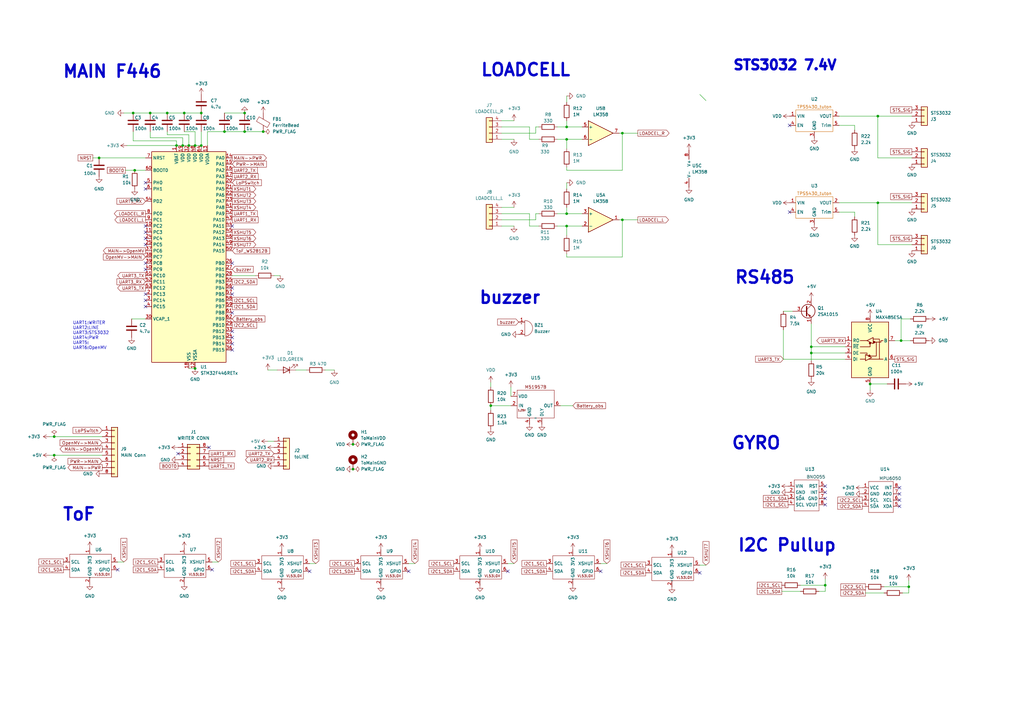
<source format=kicad_sch>
(kicad_sch (version 20230121) (generator eeschema)
  (paper "A3")
  (title_block (title "01-MAIN") (date "2024-11-28"))
  (lib_symbols
    (symbol "Amplifier_Operational:LM358" (pin_names (offset 0.127))
      (property "Reference" "U" (at 0 5.08 0))
      (property "Value" "LM358" (at 0 -5.08 0))
      (symbol "LM358_1_1"
        (pin output line (at 7.62 0 180) (length 2.54) (name "~") (number "1"))
        (pin input line (at -7.62 -2.54 0) (length 2.54) (name "-") (number "2"))
        (pin input line (at -7.62 2.54 0) (length 2.54) (name "+") (number "3"))
      )
      (symbol "LM358_2_1"
        (pin input line (at -7.62 2.54 0) (length 2.54) (name "+") (number "5"))
        (pin input line (at -7.62 -2.54 0) (length 2.54) (name "-") (number "6"))
        (pin output line (at 7.62 0 180) (length 2.54) (name "~") (number "7"))
      )
      (symbol "LM358_3_1"
        (pin power_in line (at -2.54 -7.62 90) (length 3.81) (name "V-") (number "4"))
        (pin power_in line (at -2.54 7.62 270) (length 3.81) (name "V+") (number "8"))
      )
    )
    (symbol "BNO055:AE-BNO055-BO"
      (property "Reference" "U" (at -2.54 10.16 0))
      (symbol "AE-BNO055-BO_1_1"
        (text "BNO055" (at 3.81 8.89 0) (effects (font (size 1.27 1.27))))
        (pin passive line (at -7.62 5.08 0) (length 2.54) (name "VIN") (number "1"))
        (pin passive line (at -7.62 2.54 0) (length 2.54) (name "GND") (number "2"))
        (pin passive line (at -7.62 0 0) (length 2.54) (name "SDA") (number "3"))
        (pin passive line (at -7.62 -2.54 0) (length 2.54) (name "SCL") (number "4"))
        (pin passive line (at 7.62 5.08 180) (length 2.54) (name "RST") (number "5"))
        (pin passive line (at 7.62 2.54 180) (length 2.54) (name "INT") (number "6"))
        (pin passive line (at 7.62 0 180) (length 2.54) (name "GND") (number "7"))
        (pin passive line (at 7.62 -2.54 180) (length 2.54) (name "VOUT") (number "8"))
      )
    )
    (symbol "Connector_Generic:Conn_01x03" (pin_names (offset 1.016) hide)
      (property "Reference" "J" (at 0 5.08 0))
      (property "Value" "Conn_01x03" (at 0 -5.08 0))
      (symbol "Conn_01x03_1_1"
        (pin passive line (at -5.08 2.54 0) (length 3.81) (name "Pin_1") (number "1"))
        (pin passive line (at -5.08 0 0) (length 3.81) (name "Pin_2") (number "2"))
        (pin passive line (at -5.08 -2.54 0) (length 3.81) (name "Pin_3") (number "3"))
      )
    )
    (symbol "Connector_Generic:Conn_01x04" (pin_names (offset 1.016) hide)
      (property "Reference" "J" (at 0 5.08 0))
      (property "Value" "Conn_01x04" (at 0 -7.62 0))
      (symbol "Conn_01x04_1_1"
        (pin passive line (at -5.08 2.54 0) (length 3.81) (name "Pin_1") (number "1"))
        (pin passive line (at -5.08 0 0) (length 3.81) (name "Pin_2") (number "2"))
        (pin passive line (at -5.08 -2.54 0) (length 3.81) (name "Pin_3") (number "3"))
        (pin passive line (at -5.08 -5.08 0) (length 3.81) (name "Pin_4") (number "4"))
      )
    )
    (symbol "Connector_Generic:Conn_01x05" (pin_names (offset 1.016) hide)
      (property "Reference" "J" (at 0 7.62 0))
      (property "Value" "Conn_01x05" (at 0 -7.62 0))
      (symbol "Conn_01x05_1_1"
        (pin passive line (at -5.08 5.08 0) (length 3.81) (name "Pin_1") (number "1"))
        (pin passive line (at -5.08 2.54 0) (length 3.81) (name "Pin_2") (number "2"))
        (pin passive line (at -5.08 0 0) (length 3.81) (name "Pin_3") (number "3"))
        (pin passive line (at -5.08 -2.54 0) (length 3.81) (name "Pin_4") (number "4"))
        (pin passive line (at -5.08 -5.08 0) (length 3.81) (name "Pin_5") (number "5"))
      )
    )
    (symbol "Connector_Generic:Conn_01x08" (pin_names (offset 1.016) hide)
      (property "Reference" "J" (at 0 10.16 0))
      (property "Value" "Conn_01x08" (at 0 -12.7 0))
      (symbol "Conn_01x08_1_1"
        (pin passive line (at -5.08 7.62 0) (length 3.81) (name "Pin_1") (number "1"))
        (pin passive line (at -5.08 5.08 0) (length 3.81) (name "Pin_2") (number "2"))
        (pin passive line (at -5.08 2.54 0) (length 3.81) (name "Pin_3") (number "3"))
        (pin passive line (at -5.08 0 0) (length 3.81) (name "Pin_4") (number "4"))
        (pin passive line (at -5.08 -2.54 0) (length 3.81) (name "Pin_5") (number "5"))
        (pin passive line (at -5.08 -5.08 0) (length 3.81) (name "Pin_6") (number "6"))
        (pin passive line (at -5.08 -7.62 0) (length 3.81) (name "Pin_7") (number "7"))
        (pin passive line (at -5.08 -10.16 0) (length 3.81) (name "Pin_8") (number "8"))
      )
    )
    (symbol "Connector_Generic:Conn_02x04_Counter_Clockwise" (pin_names (offset 1.016) hide)
      (property "Reference" "J" (at 1.27 5.08 0))
      (property "Value" "Conn_02x04_Counter_Clockwise" (at 1.27 -7.62 0))
      (symbol "Conn_02x04_Counter_Clockwise_1_1"
        (pin passive line (at -5.08 2.54 0) (length 3.81) (name "Pin_1") (number "1"))
        (pin passive line (at -5.08 0 0) (length 3.81) (name "Pin_2") (number "2"))
        (pin passive line (at -5.08 -2.54 0) (length 3.81) (name "Pin_3") (number "3"))
        (pin passive line (at -5.08 -5.08 0) (length 3.81) (name "Pin_4") (number "4"))
        (pin passive line (at 7.62 -5.08 180) (length 3.81) (name "Pin_5") (number "5"))
        (pin passive line (at 7.62 -2.54 180) (length 3.81) (name "Pin_6") (number "6"))
        (pin passive line (at 7.62 0 180) (length 3.81) (name "Pin_7") (number "7"))
        (pin passive line (at 7.62 2.54 180) (length 3.81) (name "Pin_8") (number "8"))
      )
    )
    (symbol "Device:Buzzer" (pin_names (offset 0.0254) hide)
      (property "Reference" "BZ" (at 3.81 1.27 0))
      (property "Value" "Buzzer" (at 3.81 -1.27 0))
      (symbol "Buzzer_1_1"
        (pin passive line (at -2.54 2.54 0) (length 2.54) (name "-") (number "1"))
        (pin passive line (at -2.54 -2.54 0) (length 2.54) (name "+") (number "2"))
      )
    )
    (symbol "Device:C" (pin_numbers hide) (pin_names (offset 0.254))
      (property "Reference" "C" (at 0.635 2.54 0))
      (property "Value" "C" (at 0.635 -2.54 0))
      (symbol "C_1_1"
        (pin passive line (at 0 3.81 270) (length 2.794) (name "~") (number "1"))
        (pin passive line (at 0 -3.81 90) (length 2.794) (name "~") (number "2"))
      )
    )
    (symbol "Device:FerriteBead" (pin_numbers hide) (pin_names (offset 0))
      (property "Reference" "FB" (at -3.81 0.635 90))
      (property "Value" "FerriteBead" (at 3.81 0 90))
      (symbol "FerriteBead_1_1"
        (pin passive line (at 0 3.81 270) (length 2.54) (name "~") (number "1"))
        (pin passive line (at 0 -3.81 90) (length 2.54) (name "~") (number "2"))
      )
    )
    (symbol "Device:LED" (pin_numbers hide) (pin_names (offset 1.016) hide)
      (property "Reference" "D" (at 0 2.54 0))
      (property "Value" "LED" (at 0 -2.54 0))
      (symbol "LED_1_1"
        (pin passive line (at -3.81 0 0) (length 2.54) (name "K") (number "1"))
        (pin passive line (at 3.81 0 180) (length 2.54) (name "A") (number "2"))
      )
    )
    (symbol "Device:R" (pin_numbers hide) (pin_names (offset 0))
      (property "Reference" "R" (at 2.032 0 90))
      (property "Value" "R" (at 0 0 90))
      (symbol "R_1_1"
        (pin passive line (at 0 3.81 270) (length 1.27) (name "~") (number "1"))
        (pin passive line (at 0 -3.81 90) (length 1.27) (name "~") (number "2"))
      )
    )
    (symbol "Interface_UART:MAX485E"
      (property "Reference" "U" (at -6.096 11.43 0))
      (property "Value" "MAX485E" (at 0.762 11.43 0))
      (symbol "MAX485E_1_1"
        (pin output line (at -10.16 2.54 0) (length 2.54) (name "RO") (number "1"))
        (pin input line (at -10.16 0 0) (length 2.54) (name "~{RE}") (number "2"))
        (pin input line (at -10.16 -2.54 0) (length 2.54) (name "DE") (number "3"))
        (pin input line (at -10.16 -5.08 0) (length 2.54) (name "DI") (number "4"))
        (pin power_in line (at 0 -15.24 90) (length 2.54) (name "GND") (number "5"))
        (pin bidirectional line (at 10.16 -5.08 180) (length 2.54) (name "A") (number "6"))
        (pin bidirectional line (at 10.16 2.54 180) (length 2.54) (name "B") (number "7"))
        (pin power_in line (at 0 12.7 270) (length 2.54) (name "VCC") (number "8"))
      )
    )
    (symbol "MCU_ST_STM32F4:STM32F446RETx"
      (property "Reference" "U" (at -15.24 44.45 0))
      (property "Value" "STM32F446RETx" (at 10.16 44.45 0))
      (symbol "STM32F446RETx_1_1"
        (pin power_in line (at -5.08 45.72 270) (length 2.54) (name "VBAT") (number "1"))
        (pin bidirectional line (at -17.78 12.7 0) (length 2.54) (name "PC2") (number "10"))
        (pin bidirectional line (at -17.78 10.16 0) (length 2.54) (name "PC3") (number "11"))
        (pin power_in line (at 2.54 -45.72 90) (length 2.54) (name "VSSA") (number "12"))
        (pin power_in line (at 7.62 45.72 270) (length 2.54) (name "VDDA") (number "13"))
        (pin bidirectional line (at 17.78 40.64 180) (length 2.54) (name "PA0") (number "14"))
        (pin bidirectional line (at 17.78 38.1 180) (length 2.54) (name "PA1") (number "15"))
        (pin bidirectional line (at 17.78 35.56 180) (length 2.54) (name "PA2") (number "16"))
        (pin bidirectional line (at 17.78 33.02 180) (length 2.54) (name "PA3") (number "17"))
        (pin power_in line (at 0 -45.72 90) (length 2.54) (name "VSS") (number "18"))
        (pin power_in line (at -2.54 45.72 270) (length 2.54) (name "VDD") (number "19"))
        (pin bidirectional line (at -17.78 -15.24 0) (length 2.54) (name "PC13") (number "2"))
        (pin bidirectional line (at 17.78 30.48 180) (length 2.54) (name "PA4") (number "20"))
        (pin bidirectional line (at 17.78 27.94 180) (length 2.54) (name "PA5") (number "21"))
        (pin bidirectional line (at 17.78 25.4 180) (length 2.54) (name "PA6") (number "22"))
        (pin bidirectional line (at 17.78 22.86 180) (length 2.54) (name "PA7") (number "23"))
        (pin bidirectional line (at -17.78 7.62 0) (length 2.54) (name "PC4") (number "24"))
        (pin bidirectional line (at -17.78 5.08 0) (length 2.54) (name "PC5") (number "25"))
        (pin bidirectional line (at 17.78 -2.54 180) (length 2.54) (name "PB0") (number "26"))
        (pin bidirectional line (at 17.78 -5.08 180) (length 2.54) (name "PB1") (number "27"))
        (pin bidirectional line (at 17.78 -7.62 180) (length 2.54) (name "PB2") (number "28"))
        (pin bidirectional line (at 17.78 -27.94 180) (length 2.54) (name "PB10") (number "29"))
        (pin bidirectional line (at -17.78 -17.78 0) (length 2.54) (name "PC14") (number "3"))
        (pin power_out line (at -17.78 -25.4 0) (length 2.54) (name "VCAP_1") (number "30"))
        (pin passive line (at 0 -45.72 90) (length 2.54) hide (name "VSS") (number "31"))
        (pin power_in line (at 0 45.72 270) (length 2.54) (name "VDD") (number "32"))
        (pin bidirectional line (at 17.78 -30.48 180) (length 2.54) (name "PB12") (number "33"))
        (pin bidirectional line (at 17.78 -33.02 180) (length 2.54) (name "PB13") (number "34"))
        (pin bidirectional line (at 17.78 -35.56 180) (length 2.54) (name "PB14") (number "35"))
        (pin bidirectional line (at 17.78 -38.1 180) (length 2.54) (name "PB15") (number "36"))
        (pin bidirectional line (at -17.78 2.54 0) (length 2.54) (name "PC6") (number "37"))
        (pin bidirectional line (at -17.78 0 0) (length 2.54) (name "PC7") (number "38"))
        (pin bidirectional line (at -17.78 -2.54 0) (length 2.54) (name "PC8") (number "39"))
        (pin bidirectional line (at -17.78 -20.32 0) (length 2.54) (name "PC15") (number "4"))
        (pin bidirectional line (at -17.78 -5.08 0) (length 2.54) (name "PC9") (number "40"))
        (pin bidirectional line (at 17.78 20.32 180) (length 2.54) (name "PA8") (number "41"))
        (pin bidirectional line (at 17.78 17.78 180) (length 2.54) (name "PA9") (number "42"))
        (pin bidirectional line (at 17.78 15.24 180) (length 2.54) (name "PA10") (number "43"))
        (pin bidirectional line (at 17.78 12.7 180) (length 2.54) (name "PA11") (number "44"))
        (pin bidirectional line (at 17.78 10.16 180) (length 2.54) (name "PA12") (number "45"))
        (pin bidirectional line (at 17.78 7.62 180) (length 2.54) (name "PA13") (number "46"))
        (pin passive line (at 0 -45.72 90) (length 2.54) hide (name "VSS") (number "47"))
        (pin power_in line (at 2.54 45.72 270) (length 2.54) (name "VDD") (number "48"))
        (pin bidirectional line (at 17.78 5.08 180) (length 2.54) (name "PA14") (number "49"))
        (pin bidirectional line (at -17.78 30.48 0) (length 2.54) (name "PH0") (number "5"))
        (pin bidirectional line (at 17.78 2.54 180) (length 2.54) (name "PA15") (number "50"))
        (pin bidirectional line (at -17.78 -7.62 0) (length 2.54) (name "PC10") (number "51"))
        (pin bidirectional line (at -17.78 -10.16 0) (length 2.54) (name "PC11") (number "52"))
        (pin bidirectional line (at -17.78 -12.7 0) (length 2.54) (name "PC12") (number "53"))
        (pin bidirectional line (at -17.78 22.86 0) (length 2.54) (name "PD2") (number "54"))
        (pin bidirectional line (at 17.78 -10.16 180) (length 2.54) (name "PB3") (number "55"))
        (pin bidirectional line (at 17.78 -12.7 180) (length 2.54) (name "PB4") (number "56"))
        (pin bidirectional line (at 17.78 -15.24 180) (length 2.54) (name "PB5") (number "57"))
        (pin bidirectional line (at 17.78 -17.78 180) (length 2.54) (name "PB6") (number "58"))
        (pin bidirectional line (at 17.78 -20.32 180) (length 2.54) (name "PB7") (number "59"))
        (pin bidirectional line (at -17.78 27.94 0) (length 2.54) (name "PH1") (number "6"))
        (pin input line (at -17.78 35.56 0) (length 2.54) (name "BOOT0") (number "60"))
        (pin bidirectional line (at 17.78 -22.86 180) (length 2.54) (name "PB8") (number "61"))
        (pin bidirectional line (at 17.78 -25.4 180) (length 2.54) (name "PB9") (number "62"))
        (pin passive line (at 0 -45.72 90) (length 2.54) hide (name "VSS") (number "63"))
        (pin power_in line (at 5.08 45.72 270) (length 2.54) (name "VDD") (number "64"))
        (pin input line (at -17.78 40.64 0) (length 2.54) (name "NRST") (number "7"))
        (pin bidirectional line (at -17.78 17.78 0) (length 2.54) (name "PC0") (number "8"))
        (pin bidirectional line (at -17.78 15.24 0) (length 2.54) (name "PC1") (number "9"))
      )
    )
    (symbol "MPU6050:MPU6050"
      (property "Reference" "U" (at -3.81 13.97 0))
      (symbol "MPU6050_1_1"
        (text "MPU6050" (at 3.81 12.7 0) (effects (font (size 1.27 1.27))))
        (pin passive line (at -7.62 8.89 0) (length 2.54) (name "VCC") (number "1"))
        (pin passive line (at -7.62 6.35 0) (length 2.54) (name "GND") (number "2"))
        (pin passive line (at -7.62 3.81 0) (length 2.54) (name "SCL") (number "3"))
        (pin passive line (at -7.62 1.27 0) (length 2.54) (name "SDA") (number "4"))
        (pin passive line (at 7.62 1.27 180) (length 2.54) (name "XDA") (number "5"))
        (pin passive line (at 7.62 3.81 180) (length 2.54) (name "XCL") (number "6"))
        (pin passive line (at 7.62 6.35 180) (length 2.54) (name "AD0") (number "7"))
        (pin passive line (at 7.62 8.89 180) (length 2.54) (name "INT") (number "8"))
      )
    )
    (symbol "Mechanical:MountingHole_Pad" (pin_numbers hide) (pin_names (offset 1.016) hide)
      (property "Reference" "H" (at 0 6.35 0))
      (property "Value" "MountingHole_Pad" (at 0 4.445 0))
      (symbol "MountingHole_Pad_1_1"
        (pin input line (at 0 -2.54 90) (length 2.54) (name "1") (number "1"))
      )
    )
    (symbol "Transistor_BJT:2SA1015" (pin_names (offset 0) hide)
      (property "Reference" "Q" (at 5.08 1.905 0))
      (property "Value" "2SA1015" (at 5.08 0 0))
      (symbol "2SA1015_1_1"
        (pin passive line (at 2.54 -5.08 90) (length 2.54) (name "E") (number "1"))
        (pin passive line (at 2.54 5.08 270) (length 2.54) (name "C") (number "2"))
        (pin input line (at -5.08 0 0) (length 5.08) (name "B") (number "3"))
      )
    )
    (symbol "akiduki:M51957B"
      (property "Reference" "U" (at 8.89 1.27 0))
      (symbol "M51957B_1_1"
        (text "1.25V" (at -5.715 3.175 0) (effects (font (size 0.762 0.762))))
        (text "M51957B\n" (at 0 12.7 0) (effects (font (size 1.27 1.27))))
        (pin no_connect line (at 10.16 2.54 180) (length 2.54) hide (name "NC") (number "1"))
        (pin input line (at -10.16 5.08 0) (length 2.54) (name "IN") (number "2"))
        (pin no_connect line (at 10.16 10.16 180) (length 2.54) hide (name "NC") (number "3"))
        (pin power_in line (at -2.54 -2.54 90) (length 2.54) (name "GND") (number "4"))
        (pin input line (at 2.54 -2.54 90) (length 2.54) (name "DLY") (number "5"))
        (pin output line (at 10.16 5.08 180) (length 2.54) (name "OUT") (number "6"))
        (pin power_in line (at -10.16 8.89 0) (length 2.54) (name "VDD") (number "7"))
        (pin no_connect line (at 10.16 7.62 180) (length 2.54) hide (name "NC") (number "8"))
      )
    )
    (symbol "power:+3V3" (power) (pin_names (offset 0))
      (property "Value" "+3V3" (at 0 3.556 0))
      (symbol "+3V3_1_1"
        (pin power_in line (at 0 0 90) (length 0) hide (name "+3V3") (number "1"))
      )
    )
    (symbol "power:+5V" (power) (pin_names (offset 0))
      (property "Value" "+5V" (at 0 3.556 0))
      (symbol "+5V_1_1"
        (pin power_in line (at 0 0 90) (length 0) hide (name "+5V") (number "1"))
      )
    )
    (symbol "power:GND" (power) (pin_names (offset 0))
      (property "Value" "GND" (at 0 -3.81 0))
      (symbol "GND_1_1"
        (pin power_in line (at 0 0 270) (length 0) hide (name "GND") (number "1"))
      )
    )
    (symbol "power:PWR_FLAG" (power) (pin_numbers hide) (pin_names (offset 0) hide)
      (property "Value" "PWR_FLAG" (at 0 3.81 0))
      (symbol "PWR_FLAG_0_0"
        (pin power_out line (at 0 0 90) (length 0) (name "pwr") (number "1"))
      )
    )
    (symbol "power:VDD" (power) (pin_names (offset 0))
      (property "Value" "VDD" (at 0 3.81 0))
      (symbol "VDD_1_1"
        (pin power_in line (at 0 0 90) (length 0) hide (name "VDD") (number "1"))
      )
    )
    (symbol "tuton_module:TPS5430_module"
      (property "Reference" "U" (at 3.81 -3.81 0))
      (symbol "TPS5430_module_1_1"
        (text "TPS5430_tuton" (at 0 7.62 0) (effects (font (size 1.27 1.27))))
        (pin power_in line (at -10.16 3.81 0) (length 2.54) (name "VIN") (number "1"))
        (pin power_out line (at 10.16 3.81 180) (length 2.54) (name "VOUT") (number "2"))
        (pin power_in line (at 0 -5.08 90) (length 2.54) (name "GND") (number "3"))
        (pin input line (at -10.16 0 0) (length 2.54) (name "EN") (number "4"))
        (pin input line (at 10.16 0 180) (length 2.54) (name "Trim") (number "5"))
      )
    )
    (symbol "tuton_module:vl53l0x_module"
      (property "Reference" "U" (at 4.445 10.795 0))
      (symbol "vl53l0x_module_1_1"
        (text "VL53L0X" (at 5.08 1.27 0) (effects (font (size 1.016 1.016))))
        (pin power_in line (at 0 12.065 270) (length 2.54) (name "3V3") (number "1"))
        (pin power_in line (at 0 -2.54 90) (length 2.54) (name "GND") (number "2"))
        (pin passive line (at -10.795 6.35 0) (length 2.54) (name "SCL") (number "3"))
        (pin passive line (at -10.795 3.175 0) (length 2.54) (name "SDA") (number "4"))
        (pin passive line (at 11.43 6.35 180) (length 2.54) (name "XSHUT") (number "5"))
        (pin passive line (at 11.43 3.175 180) (length 2.54) (name "GPIO") (number "6"))
      )
    )
  )
  (junction (at 369.57 139.7))
  (junction (at 61.595 46.355))
  (junction (at 232.41 87.63))
  (junction (at 232.41 57.15))
  (junction (at 338.455 240.03))
  (junction (at 332.74 144.78))
  (junction (at 72.39 59.69))
  (junction (at 201.295 166.37))
  (junction (at 356.87 157.48))
  (junction (at 74.93 59.69))
  (junction (at 100.33 46.355))
  (junction (at 144.78 182.245))
  (junction (at 332.74 142.24))
  (junction (at 22.225 179.07))
  (junction (at 100.33 53.975))
  (junction (at 144.78 192.405))
  (junction (at 22.225 186.69))
  (junction (at 232.41 52.07))
  (junction (at 80.01 59.69))
  (junction (at 82.55 46.355))
  (junction (at 82.55 59.69))
  (junction (at 40.64 64.77))
  (junction (at 68.58 46.355))
  (junction (at 255.27 54.61))
  (junction (at 54.61 46.355))
  (junction (at 107.95 53.975))
  (junction (at 75.565 46.355))
  (junction (at 255.27 90.17))
  (junction (at 80.01 151.13))
  (junction (at 232.41 92.71))
  (junction (at 77.47 59.69))
  (junction (at 360.045 47.625))
  (junction (at 92.075 53.975))
  (junction (at 372.745 240.665))
  (junction (at 55.245 69.85))
  (junction (at 360.045 83.185))
  (no_connect (at 59.69 100.33))
  (no_connect (at 59.69 95.25))
  (no_connect (at 95.25 107.95))
  (no_connect (at 59.69 74.93))
  (no_connect (at 368.935 205.105))
  (no_connect (at 95.25 140.97))
  (no_connect (at 368.935 200.025))
  (no_connect (at 95.25 143.51))
  (no_connect (at 368.935 207.645))
  (no_connect (at 59.69 107.95))
  (no_connect (at 338.455 199.39))
  (no_connect (at 323.85 86.995))
  (no_connect (at 246.38 234.315))
  (no_connect (at 86.995 233.68))
  (no_connect (at 59.69 77.47))
  (no_connect (at 59.69 120.65))
  (no_connect (at 167.64 234.315))
  (no_connect (at 59.69 97.79))
  (no_connect (at 85.725 183.515))
  (no_connect (at 95.25 135.89))
  (no_connect (at 338.455 204.47))
  (no_connect (at 48.26 233.68))
  (no_connect (at 59.69 92.71))
  (no_connect (at 338.455 201.93))
  (no_connect (at 323.85 51.435))
  (no_connect (at 368.935 202.565))
  (no_connect (at 95.25 120.65))
  (no_connect (at 59.69 110.49))
  (no_connect (at 287.02 234.95))
  (no_connect (at 208.28 234.315))
  (no_connect (at 59.69 125.73))
  (no_connect (at 59.69 123.19))
  (no_connect (at 95.25 118.11))
  (no_connect (at 95.25 138.43))
  (no_connect (at 338.455 207.01))
  (no_connect (at 95.25 92.71))
  (no_connect (at 127 234.315))
  (no_connect (at 73.025 186.055))
  (no_connect (at 95.25 128.27))
  (bus_entry (at 287.02 38.735) (size 2.54 2.54))
  (wire (pts (xy 51.435 69.85) (xy 55.245 69.85)))
  (wire (pts (xy 370.205 243.205) (xy 372.745 243.205)))
  (wire (pts (xy 320.675 242.57) (xy 328.295 242.57)))
  (wire (pts (xy 254 90.17) (xy 255.27 90.17)))
  (wire (pts (xy 210.82 231.14) (xy 208.28 231.14)))
  (wire (pts (xy 201.295 168.275) (xy 201.295 166.37)))
  (wire (pts (xy 89.535 230.505) (xy 86.995 230.505)))
  (wire (pts (xy 129.54 231.14) (xy 127 231.14)))
  (wire (pts (xy 350.52 51.435) (xy 350.52 53.34)))
  (wire (pts (xy 20.32 179.07) (xy 22.225 179.07)))
  (wire (pts (xy 332.74 132.715) (xy 332.74 142.24)))
  (wire (pts (xy 332.74 142.24) (xy 346.71 142.24)))
  (wire (pts (xy 372.745 243.205) (xy 372.745 240.665)))
  (wire (pts (xy 255.27 54.61) (xy 255.27 69.85)))
  (wire (pts (xy 54.61 53.975) (xy 54.61 57.785)))
  (wire (pts (xy 232.41 87.63) (xy 238.76 87.63)))
  (wire (pts (xy 95.25 113.03) (xy 104.775 113.03)))
  (wire (pts (xy 255.27 90.17) (xy 261.62 90.17)))
  (wire (pts (xy 22.225 186.69) (xy 41.91 186.69)))
  (wire (pts (xy 232.41 105.41) (xy 232.41 104.14)))
  (wire (pts (xy 109.855 180.975) (xy 112.395 180.975)))
  (wire (pts (xy 332.74 144.78) (xy 332.74 147.955)))
  (wire (pts (xy 217.17 92.71) (xy 220.98 92.71)))
  (wire (pts (xy 344.17 83.185) (xy 360.045 83.185)))
  (wire (pts (xy 20.32 186.69) (xy 22.225 186.69)))
  (wire (pts (xy 217.17 87.63) (xy 217.17 92.71)))
  (wire (pts (xy 68.58 46.355) (xy 75.565 46.355)))
  (wire (pts (xy 125.73 151.765) (xy 121.285 151.765)))
  (wire (pts (xy 232.41 69.85) (xy 255.27 69.85)))
  (wire (pts (xy 219.71 90.17) (xy 219.71 87.63)))
  (wire (pts (xy 232.41 105.41) (xy 255.27 105.41)))
  (wire (pts (xy 335.915 242.57) (xy 338.455 242.57)))
  (wire (pts (xy 328.295 240.03) (xy 338.455 240.03)))
  (wire (pts (xy 210.82 92.71) (xy 205.74 92.71)))
  (wire (pts (xy 372.745 240.665) (xy 372.745 238.125)))
  (wire (pts (xy 360.045 83.185) (xy 374.015 83.185)))
  (wire (pts (xy 356.87 157.48) (xy 363.855 157.48)))
  (wire (pts (xy 321.31 147.32) (xy 321.31 135.255)))
  (wire (pts (xy 85.09 59.69) (xy 85.09 53.975)))
  (wire (pts (xy 38.1 64.77) (xy 40.64 64.77)))
  (wire (pts (xy 228.6 57.15) (xy 232.41 57.15)))
  (wire (pts (xy 367.03 139.7) (xy 369.57 139.7)))
  (wire (pts (xy 77.47 151.13) (xy 80.01 151.13)))
  (wire (pts (xy 80.01 59.69) (xy 82.55 59.69)))
  (wire (pts (xy 362.585 240.665) (xy 372.745 240.665)))
  (wire (pts (xy 254 54.61) (xy 255.27 54.61)))
  (wire (pts (xy 354.965 243.205) (xy 362.585 243.205)))
  (wire (pts (xy 201.295 156.845) (xy 201.295 158.75)))
  (wire (pts (xy 338.455 240.03) (xy 338.455 237.49)))
  (wire (pts (xy 85.09 53.975) (xy 92.075 53.975)))
  (wire (pts (xy 219.71 87.63) (xy 220.98 87.63)))
  (wire (pts (xy 232.41 52.07) (xy 238.76 52.07)))
  (wire (pts (xy 201.295 166.37) (xy 209.55 166.37)))
  (wire (pts (xy 338.455 242.57) (xy 338.455 240.03)))
  (wire (pts (xy 72.39 57.785) (xy 72.39 59.69)))
  (wire (pts (xy 344.17 86.995) (xy 350.52 86.995)))
  (wire (pts (xy 77.47 59.69) (xy 80.01 59.69)))
  (wire (pts (xy 72.39 59.69) (xy 74.93 59.69)))
  (wire (pts (xy 75.565 53.975) (xy 80.01 53.975)))
  (wire (pts (xy 232.41 92.71) (xy 232.41 96.52)))
  (wire (pts (xy 332.74 142.24) (xy 332.74 144.78)))
  (wire (pts (xy 22.225 179.07) (xy 41.91 179.07)))
  (wire (pts (xy 232.41 68.58) (xy 232.41 69.85)))
  (wire (pts (xy 75.565 46.355) (xy 82.55 46.355)))
  (wire (pts (xy 113.665 151.765) (xy 109.855 151.765)))
  (wire (pts (xy 68.58 55.245) (xy 77.47 55.245)))
  (wire (pts (xy 209.55 158.75) (xy 209.55 162.56)))
  (wire (pts (xy 289.56 231.775) (xy 287.02 231.775)))
  (wire (pts (xy 217.17 52.07) (xy 217.17 57.15)))
  (wire (pts (xy 321.31 147.32) (xy 346.71 147.32)))
  (wire (pts (xy 40.64 64.77) (xy 59.69 64.77)))
  (wire (pts (xy 217.17 57.15) (xy 220.98 57.15)))
  (wire (pts (xy 61.595 46.355) (xy 68.58 46.355)))
  (wire (pts (xy 205.74 90.17) (xy 219.71 90.17)))
  (wire (pts (xy 74.93 59.69) (xy 77.47 59.69)))
  (wire (pts (xy 369.57 130.81) (xy 369.57 139.7)))
  (wire (pts (xy 92.075 46.355) (xy 100.33 46.355)))
  (wire (pts (xy 55.245 69.85) (xy 59.69 69.85)))
  (wire (pts (xy 210.82 57.15) (xy 205.74 57.15)))
  (wire (pts (xy 54.61 46.355) (xy 61.595 46.355)))
  (wire (pts (xy 360.045 47.625) (xy 374.015 47.625)))
  (wire (pts (xy 205.74 52.07) (xy 217.17 52.07)))
  (wire (pts (xy 219.71 54.61) (xy 219.71 52.07)))
  (wire (pts (xy 228.6 92.71) (xy 232.41 92.71)))
  (wire (pts (xy 344.17 47.625) (xy 360.045 47.625)))
  (wire (pts (xy 205.74 49.53) (xy 210.82 49.53)))
  (wire (pts (xy 68.58 53.975) (xy 68.58 55.245)))
  (wire (pts (xy 360.045 64.77) (xy 374.015 64.77)))
  (wire (pts (xy 170.18 231.14) (xy 167.64 231.14)))
  (wire (pts (xy 54.61 57.785) (xy 72.39 57.785)))
  (wire (pts (xy 332.74 144.78) (xy 346.71 144.78)))
  (wire (pts (xy 234.95 166.37) (xy 229.87 166.37)))
  (wire (pts (xy 52.07 59.69) (xy 72.39 59.69)))
  (wire (pts (xy 137.16 151.765) (xy 133.35 151.765)))
  (wire (pts (xy 360.045 47.625) (xy 360.045 64.77)))
  (wire (pts (xy 61.595 56.515) (xy 74.93 56.515)))
  (wire (pts (xy 321.31 127.635) (xy 325.12 127.635)))
  (wire (pts (xy 373.38 130.81) (xy 369.57 130.81)))
  (wire (pts (xy 74.93 56.515) (xy 74.93 59.69)))
  (wire (pts (xy 92.075 53.975) (xy 100.33 53.975)))
  (wire (pts (xy 232.41 85.09) (xy 232.41 87.63)))
  (wire (pts (xy 205.74 85.09) (xy 210.82 85.09)))
  (wire (pts (xy 232.41 92.71) (xy 238.76 92.71)))
  (wire (pts (xy 205.74 54.61) (xy 219.71 54.61)))
  (wire (pts (xy 112.395 113.03) (xy 114.935 113.03)))
  (wire (pts (xy 369.57 139.7) (xy 373.38 139.7)))
  (wire (pts (xy 100.33 53.975) (xy 107.95 53.975)))
  (wire (pts (xy 255.27 90.17) (xy 255.27 105.41)))
  (wire (pts (xy 77.47 55.245) (xy 77.47 59.69)))
  (wire (pts (xy 350.52 86.995) (xy 350.52 88.9)))
  (wire (pts (xy 80.01 53.975) (xy 80.01 59.69)))
  (wire (pts (xy 350.52 51.435) (xy 344.17 51.435)))
  (wire (pts (xy 228.6 52.07) (xy 232.41 52.07)))
  (wire (pts (xy 50.8 230.505) (xy 48.26 230.505)))
  (wire (pts (xy 228.6 87.63) (xy 232.41 87.63)))
  (wire (pts (xy 219.71 52.07) (xy 220.98 52.07)))
  (wire (pts (xy 248.92 231.14) (xy 246.38 231.14)))
  (wire (pts (xy 360.045 100.33) (xy 374.015 100.33)))
  (wire (pts (xy 61.595 53.975) (xy 61.595 56.515)))
  (wire (pts (xy 356.87 160.02) (xy 356.87 157.48)))
  (wire (pts (xy 205.74 87.63) (xy 217.17 87.63)))
  (wire (pts (xy 232.41 57.15) (xy 238.76 57.15)))
  (wire (pts (xy 82.55 53.975) (xy 82.55 59.69)))
  (wire (pts (xy 360.045 83.185) (xy 360.045 100.33)))
  (wire (pts (xy 232.41 74.93) (xy 232.41 77.47)))
  (wire (pts (xy 232.41 49.53) (xy 232.41 52.07)))
  (wire (pts (xy 53.975 130.81) (xy 59.69 130.81)))
  (wire (pts (xy 232.41 39.37) (xy 232.41 41.91)))
  (wire (pts (xy 50.8 46.355) (xy 54.61 46.355)))
  (wire (pts (xy 255.27 54.61) (xy 261.62 54.61)))
  (wire (pts (xy 232.41 57.15) (xy 232.41 60.96)))
  (text "I2C Pullup\n" (at 302.26 226.695 0) (effects (font (size 5 5) (thickness 1) bold) (justify left bottom)))
  (text "buzzer\n" (at 196.215 125.095 0) (effects (font (size 5 5) (thickness 1) bold) (justify left bottom)))
  (text "RS485\n" (at 300.99 116.84 0) (effects (font (size 5 5) (thickness 1) bold) (justify left bottom)))
  (text "ToF" (at 25.4 213.995 0) (effects (font (size 5 5) (thickness 1) bold) (justify left bottom)))
  (text "MAIN F446\n" (at 25.4 32.385 0) (effects (font (size 5 5) (thickness 1) bold) (justify left bottom)))
  (text "GYRO\n" (at 299.72 184.785 0) (effects (font (size 5 5) (thickness 1) bold) (justify left bottom)))
  (text "STS3032 7.4V " (at 300.355 29.21 0) (effects (font (size 4 4) (thickness 2) bold) (justify left bottom)))
  (text "LOADCELL" (at 196.85 31.75 0) (effects (font (size 5 5) (thickness 1) bold) (justify left bottom)))
  (text "UART1:WRITER\nUART2:LINE\nUART3:STS3032\nUART4:PWR\nUART5:\nUART6:OpenMV" (at 29.845 143.51 0) (effects (font (size 1.27 1.27)) (justify left bottom)))
  (global_label "XSHUT3" (shape input) (at 129.54 231.14 90) (property "Intersheetrefs" "${INTERSHEET_REFS}" (effects hide)))
  (global_label "STS_SIG" (shape passive) (at 367.03 147.32 0) (property "Intersheetrefs" "${INTERSHEET_REFS}" (effects hide)))
  (global_label "NRST" (shape passive) (at 85.725 188.595 0) (property "Intersheetrefs" "${INTERSHEET_REFS}" (effects hide)))
  (global_label "XSHUT4" (shape output) (at 95.25 85.09 0) (property "Intersheetrefs" "${INTERSHEET_REFS}" (effects hide)))
  (global_label "LoPSwitch" (shape input) (at 95.25 74.93 0) (property "Intersheetrefs" "${INTERSHEET_REFS}" (effects hide)))
  (global_label "Battery_obs" (shape input) (at 234.95 166.37 0) (property "Intersheetrefs" "${INTERSHEET_REFS}" (effects hide)))
  (global_label "PWR->MAIN" (shape input) (at 95.25 67.31 0) (property "Intersheetrefs" "${INTERSHEET_REFS}" (effects hide)))
  (global_label "I2C1_SCL" (shape passive) (at 323.215 207.01 180) (property "Intersheetrefs" "${INTERSHEET_REFS}" (effects hide)))
  (global_label "LOADCEL_L" (shape output) (at 59.69 90.17 180) (property "Intersheetrefs" "${INTERSHEET_REFS}" (effects hide)))
  (global_label "UART2_RX" (shape passive) (at 95.25 72.39 0) (property "Intersheetrefs" "${INTERSHEET_REFS}" (effects hide)))
  (global_label "UART5_TX" (shape output) (at 59.69 118.11 180) (property "Intersheetrefs" "${INTERSHEET_REFS}" (effects hide)))
  (global_label "XSHUT1" (shape output) (at 95.25 77.47 0) (property "Intersheetrefs" "${INTERSHEET_REFS}" (effects hide)))
  (global_label "I2C2_SDA" (shape passive) (at 353.695 207.645 180) (property "Intersheetrefs" "${INTERSHEET_REFS}" (effects hide)))
  (global_label "UART1_TX" (shape passive) (at 85.725 191.135 0) (property "Intersheetrefs" "${INTERSHEET_REFS}" (effects hide)))
  (global_label "I2C1_SDA" (shape passive) (at 26.035 233.68 180) (property "Intersheetrefs" "${INTERSHEET_REFS}" (effects hide)))
  (global_label "LOADCEL_L" (shape output) (at 261.62 90.17 0) (property "Intersheetrefs" "${INTERSHEET_REFS}" (effects hide)))
  (global_label "XSHUT4" (shape input) (at 170.18 231.14 90) (property "Intersheetrefs" "${INTERSHEET_REFS}" (effects hide)))
  (global_label "I2C1_SCL" (shape passive) (at 224.155 231.14 180) (property "Intersheetrefs" "${INTERSHEET_REFS}" (effects hide)))
  (global_label "STS_SIG" (shape passive) (at 374.015 62.23 180) (property "Intersheetrefs" "${INTERSHEET_REFS}" (effects hide)))
  (global_label "XSHUT3" (shape output) (at 95.25 82.55 0) (property "Intersheetrefs" "${INTERSHEET_REFS}" (effects hide)))
  (global_label "I2C1_SDA" (shape passive) (at 320.675 242.57 180) (property "Intersheetrefs" "${INTERSHEET_REFS}" (effects hide)))
  (global_label "LoPSwitch" (shape input) (at 41.91 176.53 180) (property "Intersheetrefs" "${INTERSHEET_REFS}" (effects hide)))
  (global_label "STS_SIG" (shape passive) (at 374.015 80.645 180) (property "Intersheetrefs" "${INTERSHEET_REFS}" (effects hide)))
  (global_label "I2C1_SCL" (shape passive) (at 95.25 123.19 0) (property "Intersheetrefs" "${INTERSHEET_REFS}" (effects hide)))
  (global_label "XSHUT2" (shape input) (at 89.535 230.505 90) (property "Intersheetrefs" "${INTERSHEET_REFS}" (effects hide)))
  (global_label "PWR->MAIN" (shape input) (at 41.91 189.23 180) (property "Intersheetrefs" "${INTERSHEET_REFS}" (effects hide)))
  (global_label "LOADCEL_R" (shape output) (at 59.69 87.63 180) (property "Intersheetrefs" "${INTERSHEET_REFS}" (effects hide)))
  (global_label "I2C2_SDA" (shape passive) (at 95.25 115.57 0) (property "Intersheetrefs" "${INTERSHEET_REFS}" (effects hide)))
  (global_label "OpenMV->MAIN" (shape input) (at 59.69 105.41 180) (property "Intersheetrefs" "${INTERSHEET_REFS}" (effects hide)))
  (global_label "I2C1_SDA" (shape passive) (at 264.795 234.95 180) (property "Intersheetrefs" "${INTERSHEET_REFS}" (effects hide)))
  (global_label "I2C1_SCL" (shape passive) (at 145.415 231.14 180) (property "Intersheetrefs" "${INTERSHEET_REFS}" (effects hide)))
  (global_label "I2C1_SDA" (shape passive) (at 323.215 204.47 180) (property "Intersheetrefs" "${INTERSHEET_REFS}" (effects hide)))
  (global_label "XSHUT7" (shape input) (at 289.56 231.775 90) (property "Intersheetrefs" "${INTERSHEET_REFS}" (effects hide)))
  (global_label "MAIN->OpenMV" (shape output) (at 59.69 102.87 180) (property "Intersheetrefs" "${INTERSHEET_REFS}" (effects hide)))
  (global_label "BOOT0" (shape passive) (at 51.435 69.85 180) (property "Intersheetrefs" "${INTERSHEET_REFS}" (effects hide)))
  (global_label "I2C2_SCL" (shape passive) (at 95.25 133.35 0) (property "Intersheetrefs" "${INTERSHEET_REFS}" (effects hide)))
  (global_label "buzzer" (shape input) (at 95.25 110.49 0) (property "Intersheetrefs" "${INTERSHEET_REFS}" (effects hide)))
  (global_label "UART3_TX" (shape input) (at 321.31 147.32 180) (property "Intersheetrefs" "${INTERSHEET_REFS}" (effects hide)))
  (global_label "I2C1_SDA" (shape passive) (at 64.77 233.68 180) (property "Intersheetrefs" "${INTERSHEET_REFS}" (effects hide)))
  (global_label "I2C1_SCL" (shape passive) (at 320.675 240.03 180) (property "Intersheetrefs" "${INTERSHEET_REFS}" (effects hide)))
  (global_label "I2C1_SDA" (shape passive) (at 224.155 234.315 180) (property "Intersheetrefs" "${INTERSHEET_REFS}" (effects hide)))
  (global_label "XSHUT2" (shape output) (at 95.25 80.01 0) (property "Intersheetrefs" "${INTERSHEET_REFS}" (effects hide)))
  (global_label "I2C2_SCL" (shape passive) (at 354.965 240.665 180) (property "Intersheetrefs" "${INTERSHEET_REFS}" (effects hide)))
  (global_label "NRST" (shape passive) (at 38.1 64.77 180) (property "Intersheetrefs" "${INTERSHEET_REFS}" (effects hide)))
  (global_label "I2C2_SCL" (shape passive) (at 353.695 205.105 180) (property "Intersheetrefs" "${INTERSHEET_REFS}" (effects hide)))
  (global_label "XSHUT1" (shape input) (at 50.8 230.505 90) (property "Intersheetrefs" "${INTERSHEET_REFS}" (effects hide)))
  (global_label "I2C1_SDA" (shape passive) (at 104.775 234.315 180) (property "Intersheetrefs" "${INTERSHEET_REFS}" (effects hide)))
  (global_label "XSHUT5" (shape input) (at 210.82 231.14 90) (property "Intersheetrefs" "${INTERSHEET_REFS}" (effects hide)))
  (global_label "I2C1_SDA" (shape passive) (at 145.415 234.315 180) (property "Intersheetrefs" "${INTERSHEET_REFS}" (effects hide)))
  (global_label "MAIN->PWR" (shape output) (at 95.25 64.77 0) (property "Intersheetrefs" "${INTERSHEET_REFS}" (effects hide)))
  (global_label "STS_SIG" (shape passive) (at 374.015 45.085 180) (property "Intersheetrefs" "${INTERSHEET_REFS}" (effects hide)))
  (global_label "UART1_RX" (shape passive) (at 95.25 90.17 0) (property "Intersheetrefs" "${INTERSHEET_REFS}" (effects hide)))
  (global_label "UART1_TX" (shape passive) (at 95.25 87.63 0) (property "Intersheetrefs" "${INTERSHEET_REFS}" (effects hide)))
  (global_label "I2C1_SDA" (shape passive) (at 186.055 234.315 180) (property "Intersheetrefs" "${INTERSHEET_REFS}" (effects hide)))
  (global_label "I2C2_SDA" (shape passive) (at 354.965 243.205 180) (property "Intersheetrefs" "${INTERSHEET_REFS}" (effects hide)))
  (global_label "XSHUT6" (shape input) (at 248.92 231.14 90) (property "Intersheetrefs" "${INTERSHEET_REFS}" (effects hide)))
  (global_label "I2C1_SDA" (shape passive) (at 95.25 125.73 0) (property "Intersheetrefs" "${INTERSHEET_REFS}" (effects hide)))
  (global_label "UART3_TX" (shape output) (at 59.69 113.03 180) (property "Intersheetrefs" "${INTERSHEET_REFS}" (effects hide)))
  (global_label "UART1_RX" (shape passive) (at 85.725 186.055 0) (property "Intersheetrefs" "${INTERSHEET_REFS}" (effects hide)))
  (global_label "MAIN->PWR" (shape output) (at 41.91 191.77 180) (property "Intersheetrefs" "${INTERSHEET_REFS}" (effects hide)))
  (global_label "I2C1_SCL" (shape passive) (at 64.77 230.505 180) (property "Intersheetrefs" "${INTERSHEET_REFS}" (effects hide)))
  (global_label "UART3_RX" (shape output) (at 346.71 139.7 180) (property "Intersheetrefs" "${INTERSHEET_REFS}" (effects hide)))
  (global_label "I2C1_SCL" (shape passive) (at 264.795 231.775 180) (property "Intersheetrefs" "${INTERSHEET_REFS}" (effects hide)))
  (global_label "XSHUT7" (shape output) (at 95.25 100.33 0) (property "Intersheetrefs" "${INTERSHEET_REFS}" (effects hide)))
  (global_label "buzzer" (shape input) (at 212.725 132.08 180) (property "Intersheetrefs" "${INTERSHEET_REFS}" (effects hide)))
  (global_label "UART2_TX" (shape passive) (at 95.25 69.85 0) (property "Intersheetrefs" "${INTERSHEET_REFS}" (effects hide)))
  (global_label "UART2_TX" (shape input) (at 112.395 186.055 180) (property "Intersheetrefs" "${INTERSHEET_REFS}" (effects hide)))
  (global_label "MAIN->OpenMV" (shape output) (at 41.91 184.15 180) (property "Intersheetrefs" "${INTERSHEET_REFS}" (effects hide)))
  (global_label "ToF_WS2812B" (shape input) (at 95.25 102.87 0) (property "Intersheetrefs" "${INTERSHEET_REFS}" (effects hide)))
  (global_label "BOOT0" (shape passive) (at 73.025 191.135 180) (property "Intersheetrefs" "${INTERSHEET_REFS}" (effects hide)))
  (global_label "Battery_obs" (shape input) (at 95.25 130.81 0) (property "Intersheetrefs" "${INTERSHEET_REFS}" (effects hide)))
  (global_label "XSHUT6" (shape output) (at 95.25 97.79 0) (property "Intersheetrefs" "${INTERSHEET_REFS}" (effects hide)))
  (global_label "LOADCEL_R" (shape output) (at 261.62 54.61 0) (property "Intersheetrefs" "${INTERSHEET_REFS}" (effects hide)))
  (global_label "I2C1_SCL" (shape passive) (at 186.055 231.14 180) (property "Intersheetrefs" "${INTERSHEET_REFS}" (effects hide)))
  (global_label "UART3_RX" (shape input) (at 59.69 115.57 180) (property "Intersheetrefs" "${INTERSHEET_REFS}" (effects hide)))
  (global_label "UART2_RX" (shape output) (at 112.395 188.595 180) (property "Intersheetrefs" "${INTERSHEET_REFS}" (effects hide)))
  (global_label "UART5_RX" (shape input) (at 59.69 82.55 180) (property "Intersheetrefs" "${INTERSHEET_REFS}" (effects hide)))
  (global_label "I2C1_SCL" (shape passive) (at 26.035 230.505 180) (property "Intersheetrefs" "${INTERSHEET_REFS}" (effects hide)))
  (global_label "OpenMV->MAIN" (shape input) (at 41.91 181.61 180) (property "Intersheetrefs" "${INTERSHEET_REFS}" (effects hide)))
  (global_label "XSHUT5" (shape output) (at 95.25 95.25 0) (property "Intersheetrefs" "${INTERSHEET_REFS}" (effects hide)))
  (global_label "STS_SIG" (shape passive) (at 374.015 97.79 180) (property "Intersheetrefs" "${INTERSHEET_REFS}" (effects hide)))
  (global_label "I2C1_SCL" (shape passive) (at 104.775 231.14 180) (property "Intersheetrefs" "${INTERSHEET_REFS}" (effects hide)))
  (symbol (lib_id "power:GND") (at 353.695 202.565 270) (unit 1)
    (property "Reference" "#PWR064" (effects hide))
    (property "Value" "GND" (at 350.52 202.565 90) (effects (justify right)))
  )
  (symbol (lib_id "power:GND") (at 41.91 194.31 270) (unit 1)
    (property "Reference" "#PWR075" (effects hide))
    (property "Value" "GND" (at 38.1 194.31 90) (effects (justify right)))
  )
  (symbol (lib_id "Interface_UART:MAX485E") (at 356.87 142.24 0) (unit 1)
    (property "Reference" "U4" (at 359.0641 127.635 0) (effects (justify left)))
    (property "Value" "MAX485ESA" (at 359.0641 130.175 0) (effects (justify left)))
    (property "Footprint" "Package_SO:SOP-8_3.9x4.9mm_P1.27mm" (effects hide))
    (property "Datasheet" "https://datasheets.maximintegrated.com/en/ds/MAX1487E-MAX491E.pdf" (effects hide))
    (property "LCSC" "C668206" (effects hide))
  )
  (symbol (lib_id "Connector_Generic:Conn_01x04") (at 200.66 54.61 180) (unit 1)
    (property "Reference" "J7" (at 200.66 43.18 0))
    (property "Value" "LOADCELL_R" (at 200.66 45.72 0))
    (property "Footprint" "Connector_JST:JST_XH_B4B-XH-A_1x04_P2.50mm_Vertical" (effects hide))
  )
  (symbol (lib_id "power:VDD") (at 144.78 182.245 90) (unit 1)
    (property "Reference" "#PWR01" (effects hide))
    (property "Value" "VDD" (at 141.605 182.245 90) (effects (justify left)))
  )
  (symbol (lib_id "power:GND") (at 201.295 175.895 0) (unit 1)
    (property "Reference" "#PWR068" (effects hide))
    (property "Value" "GND" (at 201.295 180.34 0))
  )
  (symbol (lib_id "Device:C") (at 100.33 50.165 0) (unit 1)
    (property "Reference" "C10" (at 100.965 48.26 0) (effects (justify left)))
    (property "Value" "1u" (at 100.965 52.705 0) (effects (justify left)))
    (property "Footprint" "Capacitor_SMD:C_0402_1005Metric" (effects hide))
    (property "LCSC" "C52923" (effects hide))
  )
  (symbol (lib_id "power:+5V") (at 332.74 122.555 0) (unit 1)
    (property "Reference" "#PWR029" (effects hide))
    (property "Value" "+5V" (at 332.74 117.475 0))
  )
  (symbol (lib_id "power:GND") (at 210.82 92.71 0) (unit 1)
    (property "Reference" "#PWR039" (effects hide))
    (property "Value" "GND" (at 210.82 97.79 0))
  )
  (symbol (lib_id "power:+3V3") (at 323.215 199.39 90) (unit 1)
    (property "Reference" "#PWR061" (effects hide))
    (property "Value" "+3V3" (at 320.04 199.39 90) (effects (justify left)))
  )
  (symbol (lib_id "power:GND") (at 112.395 191.135 270) (unit 1)
    (property "Reference" "#PWR018" (effects hide))
    (property "Value" "GND" (at 109.22 191.135 90) (effects (justify right)))
  )
  (symbol (lib_id "Device:C") (at 54.61 50.165 0) (unit 1)
    (property "Reference" "C3" (at 55.245 48.26 0) (effects (justify left)))
    (property "Value" "100n" (at 55.245 52.705 0) (effects (justify left)))
    (property "Footprint" "Capacitor_SMD:C_0402_1005Metric" (effects hide))
    (property "LCSC" "C1525" (effects hide))
  )
  (symbol (lib_id "Device:C") (at 367.665 157.48 270) (unit 1)
    (property "Reference" "C11" (at 367.665 149.86 90))
    (property "Value" "100n" (at 367.665 152.4 90))
    (property "Footprint" "Capacitor_SMD:C_0402_1005Metric" (effects hide))
    (property "LCSC" "C1525" (effects hide))
  )
  (symbol (lib_id "power:GND") (at 114.935 113.03 0) (unit 1)
    (property "Reference" "#PWR012" (effects hide))
    (property "Value" "GND" (at 114.935 117.475 0))
  )
  (symbol (lib_id "Device:R") (at 350.52 57.15 0) (unit 1)
    (property "Reference" "R22" (at 353.06 55.88 0) (effects (justify left)))
    (property "Value" "2.2k" (at 353.06 58.42 0) (effects (justify left)))
    (property "Footprint" "Resistor_SMD:R_0603_1608Metric" (effects hide))
    (property "LCSC" "C4190" (effects hide))
  )
  (symbol (lib_id "power:+3V3") (at 353.695 200.025 90) (unit 1)
    (property "Reference" "#PWR063" (effects hide))
    (property "Value" "+3V3" (at 350.52 200.025 90) (effects (justify left)))
  )
  (symbol (lib_id "power:GND") (at 50.8 46.355 270) (unit 1)
    (property "Reference" "#PWR04" (effects hide))
    (property "Value" "GND" (at 46.99 46.355 90) (effects (justify right)))
  )
  (symbol (lib_id "Device:R") (at 201.295 172.085 0) (unit 1)
    (property "Reference" "R23" (at 203.835 170.815 0) (effects (justify left)))
    (property "Value" "1.5k" (at 203.835 173.355 0) (effects (justify left)))
    (property "Footprint" "Resistor_SMD:R_0603_1608Metric" (effects hide))
    (property "LCSC" "C22843" (effects hide))
  )
  (symbol (lib_id "Amplifier_Operational:LM358") (at 246.38 90.17 0) (unit 1)
    (property "Reference" "U5" (at 246.38 80.01 0))
    (property "Value" "LM358" (at 246.38 82.55 0))
    (property "Footprint" "Package_SO:SOIC-8_3.9x4.9mm_P1.27mm" (effects hide))
    (property "Datasheet" "http://www.ti.com/lit/ds/symlink/lm2904-n.pdf" (effects hide))
    (property "LCSC" "C5423" (effects hide))
  )
  (symbol (lib_id "power:PWR_FLAG") (at 107.95 53.975 270) (unit 1)
    (property "Reference" "#FLG03" (effects hide))
    (property "Value" "PWR_FLAG" (at 111.76 53.975 90) (effects (justify left)))
  )
  (symbol (lib_id "power:+5V") (at 109.855 180.975 90) (unit 1)
    (property "Reference" "#PWR067" (effects hide))
    (property "Value" "+5V" (at 106.68 180.975 90) (effects (justify left)))
  )
  (symbol (lib_id "tuton_module:vl53l0x_module") (at 275.59 238.125 0) (unit 1)
    (property "Reference" "U12" (at 277.7841 226.695 0) (effects (justify left)))
    (property "Value" "~" (at 275.59 238.125 0))
    (property "Footprint" "tuton:vl53l0x_vertical" (effects hide))
  )
  (symbol (lib_id "Device:C") (at 40.64 68.58 180) (unit 1)
    (property "Reference" "C1" (at 38.1 67.945 0) (effects (justify left)))
    (property "Value" "100n" (at 39.37 71.12 0) (effects (justify left)))
    (property "Footprint" "Capacitor_SMD:C_0402_1005Metric" (effects hide))
    (property "LCSC" "C1525" (effects hide))
  )
  (symbol (lib_id "Device:C") (at 53.975 134.62 0) (unit 1)
    (property "Reference" "C2" (at 57.15 133.35 0) (effects (justify left)))
    (property "Value" "4.7u" (at 57.15 135.89 0) (effects (justify left)))
    (property "Footprint" "Capacitor_SMD:C_0402_1005Metric" (effects hide))
    (property "LCSC" "C23733" (effects hide))
  )
  (symbol (lib_id "power:+5V") (at 356.87 129.54 0) (unit 1)
    (property "Reference" "#PWR031" (effects hide))
    (property "Value" "+5V" (at 356.87 125.095 0))
  )
  (symbol (lib_id "power:GND") (at 232.41 39.37 90) (unit 1)
    (property "Reference" "#PWR040" (effects hide))
    (property "Value" "GND" (at 236.22 39.37 90) (effects (justify right)))
  )
  (symbol (lib_id "tuton_module:TPS5430_module") (at 334.01 86.995 0) (unit 1)
    (property "Reference" "U3" (at 334.01 76.2 0))
    (property "Value" "~" (at 334.01 86.995 0))
    (property "Footprint" "Connector_PinHeader_2.54mm:PinHeader_1x05_P2.54mm_Vertical" (effects hide))
  )
  (symbol (lib_id "power:+3V3") (at 275.59 226.06 0) (unit 1)
    (property "Reference" "#PWR059" (effects hide))
    (property "Value" "+3V3" (at 275.59 220.98 0))
  )
  (symbol (lib_id "power:+3V3") (at 73.025 183.515 90) (unit 1)
    (property "Reference" "#PWR014" (effects hide))
    (property "Value" "+3V3" (at 69.85 183.515 90) (effects (justify left)))
  )
  (symbol (lib_id "Device:R") (at 324.485 240.03 90) (unit 1)
    (property "Reference" "R16" (at 324.485 233.68 90))
    (property "Value" "10k" (at 324.485 236.22 90))
    (property "Footprint" "Resistor_SMD:R_0603_1608Metric" (effects hide))
    (property "LCSC" "C25804" (effects hide))
  )
  (symbol (lib_id "Device:R") (at 201.295 162.56 0) (unit 1)
    (property "Reference" "R20" (at 203.835 161.29 0) (effects (justify left)))
    (property "Value" "10k" (at 203.835 163.83 0) (effects (justify left)))
    (property "Footprint" "Resistor_SMD:R_0603_1608Metric" (effects hide))
    (property "LCSC" "C25804" (effects hide))
  )
  (symbol (lib_id "power:GND") (at 374.015 102.87 0) (unit 1)
    (property "Reference" "#PWR028" (effects hide))
    (property "Value" "GND" (at 374.015 107.315 0))
  )
  (symbol (lib_id "power:+3V3") (at 52.07 59.69 90) (unit 1)
    (property "Reference" "#PWR05" (effects hide))
    (property "Value" "+3V3" (at 48.895 59.69 90) (effects (justify left)))
  )
  (symbol (lib_id "power:+3V3") (at 82.55 38.735 0) (unit 1)
    (property "Reference" "#PWR09" (effects hide))
    (property "Value" "+3V3" (at 82.55 34.29 0))
  )
  (symbol (lib_id "power:GND") (at 356.87 160.02 0) (unit 1)
    (property "Reference" "#PWR032" (effects hide))
    (property "Value" "GND" (at 356.87 164.465 0))
  )
  (symbol (lib_id "power:GND") (at 196.85 240.03 0) (unit 1)
    (property "Reference" "#PWR056" (effects hide))
    (property "Value" "GND" (at 196.85 245.11 0))
  )
  (symbol (lib_id "Device:R") (at 232.41 45.72 180) (unit 1)
    (property "Reference" "R12" (at 234.95 44.45 0) (effects (justify right)))
    (property "Value" "1M" (at 234.95 46.99 0) (effects (justify right)))
    (property "Footprint" "Resistor_SMD:R_0603_1608Metric" (effects hide))
    (property "LCSC" "C22935" (effects hide))
  )
  (symbol (lib_id "BNO055:AE-BNO055-BO") (at 330.835 204.47 0) (unit 1)
    (property "Reference" "U13" (at 332.1455 192.405 0))
    (property "Value" "~" (at 328.295 203.2 0))
    (property "Footprint" "Akiduki:BNO055" (effects hide))
  )
  (symbol (lib_id "power:+3V3") (at 156.21 225.425 0) (unit 1)
    (property "Reference" "#PWR053" (effects hide))
    (property "Value" "+3V3" (at 156.21 220.345 0))
  )
  (symbol (lib_id "tuton_module:vl53l0x_module") (at 75.565 236.855 0) (unit 1)
    (property "Reference" "U7" (at 77.7591 225.425 0) (effects (justify left)))
    (property "Value" "~" (at 75.565 236.855 0))
    (property "Footprint" "tuton:vl53l0x_vertical" (effects hide))
  )
  (symbol (lib_id "power:GND") (at 55.245 77.47 0) (unit 1)
    (property "Reference" "#PWR07" (effects hide))
    (property "Value" "GND" (at 53.34 81.915 0) (effects (justify left)))
  )
  (symbol (lib_id "power:+3V3") (at 75.565 224.79 0) (unit 1)
    (property "Reference" "#PWR047" (effects hide))
    (property "Value" "+3V3" (at 75.565 219.71 0))
  )
  (symbol (lib_id "Device:R") (at 55.245 73.66 0) (unit 1)
    (property "Reference" "R1" (at 50.165 72.39 0) (effects (justify left)))
    (property "Value" "10k" (at 50.165 74.93 0) (effects (justify left)))
    (property "Footprint" "Resistor_SMD:R_0603_1608Metric" (effects hide))
    (property "LCSC" "C25804" (effects hide))
  )
  (symbol (lib_id "Device:R") (at 108.585 113.03 90) (unit 1)
    (property "Reference" "R2" (at 108.585 107.315 90))
    (property "Value" "10k" (at 108.585 109.855 90))
    (property "Footprint" "Resistor_SMD:R_0603_1608Metric" (effects hide))
    (property "LCSC" "C25804" (effects hide))
  )
  (symbol (lib_id "power:GND") (at 350.52 60.96 0) (unit 1)
    (property "Reference" "#PWR076" (effects hide))
    (property "Value" "GND" (at 350.52 65.405 0))
  )
  (symbol (lib_id "power:GND") (at 282.575 76.835 0) (unit 1)
    (property "Reference" "#PWR043" (effects hide))
    (property "Value" "GND" (at 282.575 81.915 0))
  )
  (symbol (lib_id "power:GND") (at 381 139.7 90) (unit 1)
    (property "Reference" "#PWR035" (effects hide))
    (property "Value" "GND" (at 384.81 139.7 90) (effects (justify right)))
  )
  (symbol (lib_id "power:GND") (at 350.52 96.52 0) (unit 1)
    (property "Reference" "#PWR024" (effects hide))
    (property "Value" "GND" (at 350.52 100.965 0))
  )
  (symbol (lib_id "power:+3V3") (at 210.82 85.09 0) (unit 1)
    (property "Reference" "#PWR038" (effects hide))
    (property "Value" "+3V3" (at 210.82 80.01 0))
  )
  (symbol (lib_id "power:+3V3") (at 107.95 46.355 0) (unit 1)
    (property "Reference" "#PWR011" (effects hide))
    (property "Value" "+3V3" (at 107.95 41.91 0))
  )
  (symbol (lib_id "power:GND") (at 334.01 56.515 0) (unit 1)
    (property "Reference" "#PWR021" (effects hide))
    (property "Value" "GND" (at 334.01 60.96 0))
  )
  (symbol (lib_id "tuton_module:vl53l0x_module") (at 156.21 237.49 0) (unit 1)
    (property "Reference" "U9" (at 158.4041 226.06 0) (effects (justify left)))
    (property "Value" "~" (at 156.21 237.49 0))
    (property "Footprint" "tuton:vl53l0x_vertical" (effects hide))
  )
  (symbol (lib_id "Amplifier_Operational:LM358") (at 285.115 69.215 0) (unit 3)
    (property "Reference" "U5" (at 283.845 67.945 0) (effects (justify left)))
    (property "Value" "LM358" (at 283.845 70.485 0) (effects (justify left)))
    (property "Footprint" "Package_SO:SOIC-8_3.9x4.9mm_P1.27mm" (effects hide))
    (property "Datasheet" "http://www.ti.com/lit/ds/symlink/lm2904-n.pdf" (effects hide))
    (property "LCSC" "C5423" (effects hide))
  )
  (symbol (lib_id "power:+3V3") (at 234.95 225.425 0) (unit 1)
    (property "Reference" "#PWR057" (effects hide))
    (property "Value" "+3V3" (at 234.95 220.345 0))
  )
  (symbol (lib_id "power:GND") (at 80.01 151.13 0) (unit 1)
    (property "Reference" "#PWR08" (effects hide))
    (property "Value" "GND" (at 80.01 155.575 0))
  )
  (symbol (lib_id "power:GND") (at 222.25 173.99 0) (unit 1)
    (property "Reference" "#PWR071" (effects hide))
    (property "Value" "GND" (at 222.25 178.435 0))
  )
  (symbol (lib_id "Device:FerriteBead") (at 107.95 50.165 0) (unit 1)
    (property "Reference" "FB1" (at 111.76 48.8442 0) (effects (justify left)))
    (property "Value" "FerriteBead" (at 111.76 51.3842 0) (effects (justify left)))
    (property "Footprint" "Resistor_SMD:R_0805_2012Metric" (effects hide))
    (property "LCSC" "C1015" (effects hide))
  )
  (symbol (lib_id "power:GND") (at 36.83 239.395 0) (unit 1)
    (property "Reference" "#PWR046" (effects hide))
    (property "Value" "GND" (at 36.83 244.475 0))
  )
  (symbol (lib_id "power:GND") (at 234.95 240.03 0) (unit 1)
    (property "Reference" "#PWR058" (effects hide))
    (property "Value" "GND" (at 234.95 245.11 0))
  )
  (symbol (lib_id "power:GND") (at 40.64 72.39 0) (unit 1)
    (property "Reference" "#PWR03" (effects hide))
    (property "Value" "GND" (at 40.64 77.47 0))
  )
  (symbol (lib_id "Device:C") (at 75.565 50.165 0) (unit 1)
    (property "Reference" "C6" (at 76.2 48.26 0) (effects (justify left)))
    (property "Value" "100n" (at 76.2 52.705 0) (effects (justify left)))
    (property "Footprint" "Capacitor_SMD:C_0402_1005Metric" (effects hide))
    (property "LCSC" "C1525" (effects hide))
  )
  (symbol (lib_id "power:GND") (at 210.82 57.15 0) (unit 1)
    (property "Reference" "#PWR037" (effects hide))
    (property "Value" "GND" (at 210.82 62.23 0))
  )
  (symbol (lib_id "power:+5V") (at 20.32 186.69 90) (unit 1)
    (property "Reference" "#PWR074" (effects hide))
    (property "Value" "+5V" (at 17.145 186.69 90) (effects (justify left)))
  )
  (symbol (lib_id "power:GND") (at 275.59 240.665 0) (unit 1)
    (property "Reference" "#PWR060" (effects hide))
    (property "Value" "GND" (at 275.59 245.745 0))
  )
  (symbol (lib_id "Connector_Generic:Conn_01x03") (at 379.095 64.77 0) (mirror x) (unit 1)
    (property "Reference" "J4" (at 381.635 66.04 0) (effects (justify left)))
    (property "Value" "STS3032" (at 381.635 63.5 0) (effects (justify left)))
    (property "Footprint" "Connector_Molex:Molex_SPOX_5267-03A_1x03_P2.50mm_Vertical" (effects hide))
  )
  (symbol (lib_id "power:+5V") (at 371.475 157.48 270) (unit 1)
    (property "Reference" "#PWR033" (effects hide))
    (property "Value" "+5V" (at 374.65 157.48 90) (effects (justify left)))
  )
  (symbol (lib_id "power:GND") (at 212.725 137.16 270) (unit 1)
    (property "Reference" "#PWR044" (effects hide))
    (property "Value" "GND" (at 209.55 137.16 90) (effects (justify right)))
  )
  (symbol (lib_id "Device:R") (at 224.79 87.63 90) (unit 1)
    (property "Reference" "R10" (at 224.79 82.55 90))
    (property "Value" "330" (at 224.79 85.09 90))
    (property "Footprint" "Resistor_SMD:R_0603_1608Metric" (effects hide))
    (property "LCSC" "C23138" (effects hide))
  )
  (symbol (lib_id "Amplifier_Operational:LM358") (at 246.38 54.61 0) (unit 2)
    (property "Reference" "U5" (at 246.38 44.45 0))
    (property "Value" "LM358" (at 246.38 46.99 0))
    (property "Footprint" "Package_SO:SOIC-8_3.9x4.9mm_P1.27mm" (effects hide))
    (property "Datasheet" "http://www.ti.com/lit/ds/symlink/lm2904-n.pdf" (effects hide))
    (property "LCSC" "C5423" (effects hide))
  )
  (symbol (lib_id "power:GND") (at 73.025 188.595 270) (unit 1)
    (property "Reference" "#PWR015" (effects hide))
    (property "Value" "GND" (at 69.85 188.595 90) (effects (justify right)))
  )
  (symbol (lib_id "tuton_module:vl53l0x_module") (at 36.83 236.855 0) (unit 1)
    (property "Reference" "U6" (at 39.0241 225.425 0) (effects (justify left)))
    (property "Value" "~" (at 36.83 236.855 0))
    (property "Footprint" "tuton:vl53l0x_vertical" (effects hide))
  )
  (symbol (lib_id "power:GND") (at 332.74 155.575 0) (unit 1)
    (property "Reference" "#PWR030" (effects hide))
    (property "Value" "GND" (at 332.74 160.655 0))
  )
  (symbol (lib_id "Transistor_BJT:2SA1015") (at 330.2 127.635 0) (unit 1)
    (property "Reference" "Q1" (at 335.28 126.365 0) (effects (justify left)))
    (property "Value" "2SA1015" (at 335.28 128.905 0) (effects (justify left)))
    (property "Footprint" "Package_TO_SOT_THT:TO-92_Inline" (effects hide))
    (property "Datasheet" "http://www.datasheetcatalog.org/datasheet/toshiba/905.pdf" (effects hide))
  )
  (symbol (lib_id "power:GND") (at 115.57 240.03 0) (unit 1)
    (property "Reference" "#PWR051" (effects hide))
    (property "Value" "GND" (at 115.57 245.11 0))
  )
  (symbol (lib_id "power:+3V3") (at 196.85 225.425 0) (unit 1)
    (property "Reference" "#PWR055" (effects hide))
    (property "Value" "+3V3" (at 196.85 220.345 0))
  )
  (symbol (lib_id "power:GND") (at 75.565 239.395 0) (unit 1)
    (property "Reference" "#PWR048" (effects hide))
    (property "Value" "GND" (at 75.565 244.475 0))
  )
  (symbol (lib_id "power:GND") (at 137.16 151.765 0) (unit 1)
    (property "Reference" "#PWR016" (effects hide))
    (property "Value" "GND" (at 137.16 156.845 0))
  )
  (symbol (lib_id "power:GND") (at 144.78 192.405 270) (unit 1)
    (property "Reference" "#PWR02" (effects hide))
    (property "Value" "GND" (at 141.605 192.405 90) (effects (justify right)))
  )
  (symbol (lib_id "tuton_module:TPS5430_module") (at 334.01 51.435 0) (unit 1)
    (property "Reference" "U2" (at 334.01 40.64 0))
    (property "Value" "~" (at 334.01 51.435 0))
    (property "Footprint" "Connector_PinHeader_2.54mm:PinHeader_1x05_P2.54mm_Vertical" (effects hide))
  )
  (symbol (lib_id "power:PWR_FLAG") (at 144.78 182.245 270) (unit 1)
    (property "Reference" "#FLG04" (effects hide))
    (property "Value" "PWR_FLAG" (at 147.955 182.245 90) (effects (justify left)))
  )
  (symbol (lib_id "power:+3V3") (at 20.32 179.07 90) (unit 1)
    (property "Reference" "#PWR073" (effects hide))
    (property "Value" "+3V3" (at 16.51 179.07 90) (effects (justify left)))
  )
  (symbol (lib_id "Device:R") (at 232.41 100.33 180) (unit 1)
    (property "Reference" "R15" (at 234.95 99.06 0) (effects (justify right)))
    (property "Value" "1M" (at 234.95 101.6 0) (effects (justify right)))
    (property "Footprint" "Resistor_SMD:R_0603_1608Metric" (effects hide))
    (property "LCSC" "C22935" (effects hide))
  )
  (symbol (lib_id "MPU6050:MPU6050") (at 361.315 208.915 0) (unit 1)
    (property "Reference" "U14" (at 362.9581 192.405 0))
    (property "Value" "~" (at 358.775 206.375 0))
    (property "Footprint" "Akiduki:MPU6050" (effects hide))
  )
  (symbol (lib_id "power:GND") (at 217.17 173.99 0) (unit 1)
    (property "Reference" "#PWR070" (effects hide))
    (property "Value" "GND" (at 217.17 178.435 0))
  )
  (symbol (lib_id "power:GND") (at 374.015 67.31 0) (unit 1)
    (property "Reference" "#PWR026" (effects hide))
    (property "Value" "GND" (at 374.015 71.755 0))
  )
  (symbol (lib_id "power:PWR_FLAG") (at 22.225 186.69 180) (unit 1)
    (property "Reference" "#FLG02" (effects hide))
    (property "Value" "PWR_FLAG" (at 22.225 191.77 0))
  )
  (symbol (lib_id "power:GND") (at 100.33 46.355 180) (unit 1)
    (property "Reference" "#PWR010" (effects hide))
    (property "Value" "GND" (at 100.33 41.275 0))
  )
  (symbol (lib_id "Device:C") (at 92.075 50.165 0) (unit 1)
    (property "Reference" "C9" (at 92.71 48.26 0) (effects (justify left)))
    (property "Value" "100n" (at 92.71 52.705 0) (effects (justify left)))
    (property "Footprint" "Capacitor_SMD:C_0402_1005Metric" (effects hide))
    (property "LCSC" "C1525" (effects hide))
  )
  (symbol (lib_id "tuton_module:vl53l0x_module") (at 115.57 237.49 0) (unit 1)
    (property "Reference" "U8" (at 117.7641 226.06 0) (effects (justify left)))
    (property "Value" "~" (at 115.57 237.49 0))
    (property "Footprint" "tuton:vl53l0x_vertical" (effects hide))
  )
  (symbol (lib_id "power:GND") (at 334.01 92.075 0) (unit 1)
    (property "Reference" "#PWR022" (effects hide))
    (property "Value" "GND" (at 334.01 96.52 0))
  )
  (symbol (lib_id "Device:R") (at 129.54 151.765 270) (unit 1)
    (property "Reference" "R3" (at 128.27 149.225 90))
    (property "Value" "470" (at 132.08 149.225 90))
    (property "Footprint" "Resistor_SMD:R_0603_1608Metric" (effects hide))
    (property "LCSC" "C23179" (effects hide))
  )
  (symbol (lib_id "Device:R") (at 377.19 139.7 270) (unit 1)
    (property "Reference" "R7" (at 377.19 133.985 90))
    (property "Value" "2.2k" (at 377.19 136.525 90))
    (property "Footprint" "Resistor_SMD:R_0603_1608Metric" (effects hide))
    (property "LCSC" "C4190" (effects hide))
  )
  (symbol (lib_id "power:+3V3") (at 109.855 151.765 0) (unit 1)
    (property "Reference" "#PWR013" (effects hide))
    (property "Value" "+3V3" (at 109.855 146.685 0))
  )
  (symbol (lib_id "Device:R") (at 332.105 242.57 270) (unit 1)
    (property "Reference" "R17" (at 332.105 236.22 90))
    (property "Value" "10k" (at 332.105 238.76 90))
    (property "Footprint" "Resistor_SMD:R_0603_1608Metric" (effects hide))
    (property "LCSC" "C25804" (effects hide))
  )
  (symbol (lib_id "power:+3V3") (at 36.83 224.79 0) (unit 1)
    (property "Reference" "#PWR045" (effects hide))
    (property "Value" "+3V3" (at 36.83 219.71 0))
  )
  (symbol (lib_id "Device:R") (at 358.775 240.665 90) (unit 1)
    (property "Reference" "R18" (at 358.775 234.315 90))
    (property "Value" "10k" (at 358.775 236.855 90))
    (property "Footprint" "Resistor_SMD:R_0603_1608Metric" (effects hide))
    (property "LCSC" "C25804" (effects hide))
  )
  (symbol (lib_id "power:VDD") (at 323.85 83.185 90) (unit 1)
    (property "Reference" "#PWR020" (effects hide))
    (property "Value" "VDD" (at 320.675 83.185 90) (effects (justify left)))
  )
  (symbol (lib_id "Connector_Generic:Conn_01x03") (at 379.095 100.33 0) (mirror x) (unit 1)
    (property "Reference" "J6" (at 381.635 101.6 0) (effects (justify left)))
    (property "Value" "STS3032" (at 381.635 99.06 0) (effects (justify left)))
    (property "Footprint" "Connector_Molex:Molex_SPOX_5267-03A_1x03_P2.50mm_Vertical" (effects hide))
  )
  (symbol (lib_id "Device:C") (at 82.55 50.165 0) (unit 1)
    (property "Reference" "C8" (at 83.185 48.26 0) (effects (justify left)))
    (property "Value" "100n" (at 83.185 52.705 0) (effects (justify left)))
    (property "Footprint" "Capacitor_SMD:C_0402_1005Metric" (effects hide))
    (property "LCSC" "C1525" (effects hide))
  )
  (symbol (lib_id "power:+3V3") (at 115.57 225.425 0) (unit 1)
    (property "Reference" "#PWR050" (effects hide))
    (property "Value" "+3V3" (at 115.57 220.345 0))
  )
  (symbol (lib_id "Connector_Generic:Conn_01x03") (at 379.095 47.625 0) (mirror x) (unit 1)
    (property "Reference" "J3" (at 381.635 48.895 0) (effects (justify left)))
    (property "Value" "STS3032" (at 381.635 46.355 0) (effects (justify left)))
    (property "Footprint" "Connector_Molex:Molex_SPOX_5267-03A_1x03_P2.50mm_Vertical" (effects hide))
  )
  (symbol (lib_id "Device:R") (at 377.19 130.81 270) (unit 1)
    (property "Reference" "R6" (at 377.19 125.095 90))
    (property "Value" "2.2k" (at 377.19 127.635 90))
    (property "Footprint" "Resistor_SMD:R_0603_1608Metric" (effects hide))
    (property "LCSC" "C4190" (effects hide))
  )
  (symbol (lib_id "power:+5V") (at 381 130.81 270) (unit 1)
    (property "Reference" "#PWR034" (effects hide))
    (property "Value" "+5V" (at 384.81 130.81 90) (effects (justify left)))
  )
  (symbol (lib_id "Connector_Generic:Conn_01x04") (at 200.66 90.17 180) (unit 1)
    (property "Reference" "J8" (at 200.66 78.74 0))
    (property "Value" "LOADCELL_L" (at 200.66 81.28 0))
    (property "Footprint" "Connector_JST:JST_XH_B4B-XH-A_1x04_P2.50mm_Vertical" (effects hide))
  )
  (symbol (lib_id "power:+3V3") (at 282.575 61.595 0) (unit 1)
    (property "Reference" "#PWR042" (effects hide))
    (property "Value" "+3V3" (at 282.575 56.515 0))
  )
  (symbol (lib_id "Connector_Generic:Conn_01x08") (at 46.99 184.15 0) (unit 1)
    (property "Reference" "J9" (at 49.53 184.15 0) (effects (justify left)))
    (property "Value" "MAIN Conn" (at 49.53 186.69 0) (effects (justify left)))
    (property "Footprint" "Connector_JST:JST_XH_B8B-XH-A_1x08_P2.50mm_Vertical" (effects hide))
  )
  (symbol (lib_id "power:GND") (at 232.41 74.93 90) (unit 1)
    (property "Reference" "#PWR041" (effects hide))
    (property "Value" "GND" (at 236.22 74.93 90) (effects (justify right)))
  )
  (symbol (lib_id "Device:R") (at 224.79 92.71 270) (unit 1)
    (property "Reference" "R11" (at 223.52 95.25 90))
    (property "Value" "330" (at 223.52 97.79 90))
    (property "Footprint" "Resistor_SMD:R_0603_1608Metric" (effects hide))
    (property "LCSC" "C23138" (effects hide))
  )
  (symbol (lib_id "Connector_Generic:Conn_01x05") (at 117.475 186.055 0) (unit 1)
    (property "Reference" "J2" (at 120.65 184.785 0) (effects (justify left)))
    (property "Value" "toLINE" (at 120.65 187.325 0) (effects (justify left)))
    (property "Footprint" "Connector_JST:JST_XH_B5B-XH-A_1x05_P2.50mm_Vertical" (effects hide))
  )
  (symbol (lib_id "Connector_Generic:Conn_01x03") (at 379.095 83.185 0) (mirror x) (unit 1)
    (property "Reference" "J5" (at 381.635 84.455 0) (effects (justify left)))
    (property "Value" "STS3032" (at 381.635 81.915 0) (effects (justify left)))
    (property "Footprint" "Connector_Molex:Molex_SPOX_5267-03A_1x03_P2.50mm_Vertical" (effects hide))
  )
  (symbol (lib_id "power:VDD") (at 201.295 156.845 0) (unit 1)
    (property "Reference" "#PWR069" (effects hide))
    (property "Value" "VDD" (at 201.295 151.765 0))
  )
  (symbol (lib_id "power:GND") (at 374.015 50.165 0) (unit 1)
    (property "Reference" "#PWR025" (effects hide))
    (property "Value" "GND" (at 374.015 54.61 0))
  )
  (symbol (lib_id "Device:R") (at 332.74 151.765 0) (unit 1)
    (property "Reference" "R5" (at 334.645 150.495 0) (effects (justify left)))
    (property "Value" "20k" (at 334.645 153.035 0) (effects (justify left)))
    (property "Footprint" "Resistor_SMD:R_0603_1608Metric" (effects hide))
    (property "LCSC" "C4184" (effects hide))
  )
  (symbol (lib_id "power:PWR_FLAG") (at 22.225 179.07 0) (unit 1)
    (property "Reference" "#FLG01" (effects hide))
    (property "Value" "PWR_FLAG" (at 22.225 173.99 0))
  )
  (symbol (lib_id "Device:C") (at 82.55 42.545 0) (unit 1)
    (property "Reference" "C7" (at 86.36 41.275 0) (effects (justify left)))
    (property "Value" "4.7u" (at 86.36 43.815 0) (effects (justify left)))
    (property "Footprint" "Capacitor_SMD:C_0402_1005Metric" (effects hide))
    (property "LCSC" "C23733" (effects hide))
  )
  (symbol (lib_id "Device:C") (at 68.58 50.165 0) (unit 1)
    (property "Reference" "C5" (at 69.215 48.26 0) (effects (justify left)))
    (property "Value" "100n" (at 69.215 52.705 0) (effects (justify left)))
    (property "Footprint" "Capacitor_SMD:C_0402_1005Metric" (effects hide))
    (property "LCSC" "C1525" (effects hide))
  )
  (symbol (lib_id "Device:R") (at 321.31 131.445 0) (unit 1)
    (property "Reference" "R4" (at 323.85 130.175 0) (effects (justify left)))
    (property "Value" "7.5k" (at 323.85 132.715 0) (effects (justify left)))
    (property "Footprint" "Resistor_SMD:R_0603_1608Metric" (effects hide))
    (property "LCSC" "C23234" (effects hide))
  )
  (symbol (lib_id "tuton_module:vl53l0x_module") (at 234.95 237.49 0) (unit 1)
    (property "Reference" "U11" (at 237.1441 226.06 0) (effects (justify left)))
    (property "Value" "~" (at 234.95 237.49 0))
    (property "Footprint" "tuton:vl53l0x_vertical" (effects hide))
  )
  (symbol (lib_id "power:GND") (at 53.975 138.43 0) (unit 1)
    (property "Reference" "#PWR06" (effects hide))
    (property "Value" "GND" (at 53.975 142.875 0))
  )
  (symbol (lib_id "Mechanical:MountingHole_Pad") (at 144.78 189.865 0) (unit 1)
    (property "Reference" "H2" (at 147.955 187.325 0) (effects (justify left)))
    (property "Value" "ToMainGND" (at 147.955 189.865 0) (effects (justify left)))
    (property "Footprint" "MountingHole:MountingHole_3.2mm_M3_Pad_Via" (effects hide))
  )
  (symbol (lib_id "Device:Buzzer") (at 215.265 134.62 0) (unit 1)
    (property "Reference" "BZ1" (at 219.075 133.35 0) (effects (justify left)))
    (property "Value" "Buzzer" (at 219.075 135.89 0) (effects (justify left)))
    (property "Footprint" "Buzzer_Beeper:Buzzer_TDK_PS1240P02BT_D12.2mm_H6.5mm" (effects hide))
  )
  (symbol (lib_id "Connector_Generic:Conn_02x04_Counter_Clockwise") (at 78.105 186.055 0) (unit 1)
    (property "Reference" "J1" (at 79.375 177.165 0))
    (property "Value" "WRITER CONN" (at 79.375 179.705 0))
    (property "Footprint" "Connector_PinSocket_2.54mm:PinSocket_2x04_P2.54mm_Horizontal" (effects hide))
  )
  (symbol (lib_id "tuton_module:vl53l0x_module") (at 196.85 237.49 0) (unit 1)
    (property "Reference" "U10" (at 199.0441 226.06 0) (effects (justify left)))
    (property "Value" "~" (at 196.85 237.49 0))
    (property "Footprint" "tuton:vl53l0x_vertical" (effects hide))
  )
  (symbol (lib_id "Device:R") (at 224.79 52.07 90) (unit 1)
    (property "Reference" "R8" (at 224.79 46.99 90))
    (property "Value" "330" (at 224.79 49.53 90))
    (property "Footprint" "Resistor_SMD:R_0603_1608Metric" (effects hide))
    (property "LCSC" "C23138" (effects hide))
  )
  (symbol (lib_id "Device:C") (at 61.595 50.165 0) (unit 1)
    (property "Reference" "C4" (at 62.23 48.26 0) (effects (justify left)))
    (property "Value" "100n" (at 62.23 52.705 0) (effects (justify left)))
    (property "Footprint" "Capacitor_SMD:C_0402_1005Metric" (effects hide))
    (property "LCSC" "C1525" (effects hide))
  )
  (symbol (lib_id "power:+3V3") (at 209.55 158.75 0) (unit 1)
    (property "Reference" "#PWR072" (effects hide))
    (property "Value" "+3V3" (at 209.55 153.67 0))
  )
  (symbol (lib_id "power:GND") (at 323.215 201.93 270) (unit 1)
    (property "Reference" "#PWR062" (effects hide))
    (property "Value" "GND" (at 320.04 201.93 90) (effects (justify right)))
  )
  (symbol (lib_id "Device:R") (at 366.395 243.205 270) (unit 1)
    (property "Reference" "R19" (at 366.395 236.855 90))
    (property "Value" "10k" (at 366.395 239.395 90))
    (property "Footprint" "Resistor_SMD:R_0603_1608Metric" (effects hide))
    (property "LCSC" "C25804" (effects hide))
  )
  (symbol (lib_id "MCU_ST_STM32F4:STM32F446RETx") (at 77.47 105.41 0) (unit 1)
    (property "Reference" "U1" (at 82.2041 150.495 0) (effects (justify left)))
    (property "Value" "STM32F446RETx" (at 82.2041 153.035 0) (effects (justify left)))
    (property "Footprint" "Package_QFP:LQFP-64_10x10mm_P0.5mm" (effects hide))
    (property "Datasheet" "https://www.st.com/resource/en/datasheet/stm32f446re.pdf" (effects hide))
    (property "LCSC" "C69336" (effects hide))
  )
  (symbol (lib_id "power:GND") (at 374.015 85.725 0) (unit 1)
    (property "Reference" "#PWR027" (effects hide))
    (property "Value" "GND" (at 374.015 90.17 0))
  )
  (symbol (lib_id "Device:R") (at 350.52 92.71 0) (unit 1)
    (property "Reference" "R21" (at 353.06 91.44 0) (effects (justify left)))
    (property "Value" "2.2k" (at 353.06 93.98 0) (effects (justify left)))
    (property "Footprint" "Resistor_SMD:R_0603_1608Metric" (effects hide))
    (property "LCSC" "C4190" (effects hide))
  )
  (symbol (lib_id "power:GND") (at 156.21 240.03 0) (unit 1)
    (property "Reference" "#PWR054" (effects hide))
    (property "Value" "GND" (at 156.21 245.11 0))
  )
  (symbol (lib_id "Device:LED") (at 117.475 151.765 180) (unit 1)
    (property "Reference" "D1" (at 119.0625 144.78 0))
    (property "Value" "LED_GREEN" (at 119.0625 147.32 0))
    (property "Footprint" "LED_SMD:LED_0805_2012Metric" (effects hide))
    (property "LCSC" "C2297" (effects hide))
  )
  (symbol (lib_id "power:VDD") (at 323.85 47.625 90) (unit 1)
    (property "Reference" "#PWR019" (effects hide))
    (property "Value" "VDD" (at 320.675 47.625 90) (effects (justify left)))
  )
  (symbol (lib_id "power:PWR_FLAG") (at 144.78 192.405 270) (unit 1)
    (property "Reference" "#FLG05" (effects hide))
    (property "Value" "PWR_FLAG" (at 147.955 192.405 90) (effects (justify left)))
  )
  (symbol (lib_id "power:+3V3") (at 338.455 237.49 0) (unit 1)
    (property "Reference" "#PWR049" (effects hide))
    (property "Value" "+3V3" (at 338.455 232.41 0))
  )
  (symbol (lib_id "Device:R") (at 224.79 57.15 270) (unit 1)
    (property "Reference" "R9" (at 223.52 59.69 90))
    (property "Value" "330" (at 223.52 62.23 90))
    (property "Footprint" "Resistor_SMD:R_0603_1608Metric" (effects hide))
    (property "LCSC" "C23138" (effects hide))
  )
  (symbol (lib_id "power:+3V3") (at 210.82 49.53 0) (unit 1)
    (property "Reference" "#PWR036" (effects hide))
    (property "Value" "+3V3" (at 210.82 44.45 0))
  )
  (symbol (lib_id "Mechanical:MountingHole_Pad") (at 144.78 179.705 0) (unit 1)
    (property "Reference" "H1" (at 147.955 177.165 0) (effects (justify left)))
    (property "Value" "ToMainVDD" (at 147.955 179.705 0) (effects (justify left)))
    (property "Footprint" "MountingHole:MountingHole_3.2mm_M3_Pad_Via" (effects hide))
  )
  (symbol (lib_id "power:+3V3") (at 112.395 183.515 90) (unit 1)
    (property "Reference" "#PWR017" (effects hide))
    (property "Value" "+3V3" (at 109.22 183.515 90) (effects (justify left)))
  )
  (symbol (lib_id "akiduki:M51957B") (at 219.71 171.45 0) (unit 1)
    (property "Reference" "U15" (at 219.71 154.94 0))
    (property "Value" "~" (at 219.71 171.45 0))
    (property "Footprint" "Akiduki:M51957B" (effects hide))
  )
  (symbol (lib_id "Device:R") (at 232.41 81.28 180) (unit 1)
    (property "Reference" "R14" (at 234.95 80.01 0) (effects (justify right)))
    (property "Value" "1M" (at 234.95 82.55 0) (effects (justify right)))
    (property "Footprint" "Resistor_SMD:R_0603_1608Metric" (effects hide))
    (property "LCSC" "C22935" (effects hide))
  )
  (symbol (lib_id "Device:R") (at 232.41 64.77 180) (unit 1)
    (property "Reference" "R13" (at 234.95 63.5 0) (effects (justify right)))
    (property "Value" "1M" (at 234.95 66.04 0) (effects (justify right)))
    (property "Footprint" "Resistor_SMD:R_0603_1608Metric" (effects hide))
    (property "LCSC" "C22935" (effects hide))
  )
  (symbol (lib_id "power:+3V3") (at 372.745 238.125 0) (unit 1)
    (property "Reference" "#PWR052" (effects hide))
    (property "Value" "+3V3" (at 372.745 233.045 0))
  )
)
</source>
